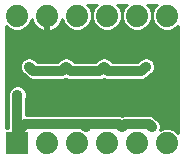
<source format=gbl>
G75*
%MOIN*%
%OFA0B0*%
%FSLAX24Y24*%
%IPPOS*%
%LPD*%
%AMOC8*
5,1,8,0,0,1.08239X$1,22.5*
%
%ADD10R,0.0740X0.0740*%
%ADD11C,0.0740*%
%ADD12C,0.0350*%
%ADD13C,0.0320*%
%ADD14C,0.0100*%
D10*
X000745Y000650D03*
D11*
X001745Y000650D03*
X002745Y000650D03*
X003745Y000650D03*
X004745Y000650D03*
X005745Y000650D03*
X005745Y004900D03*
X004745Y004900D03*
X003745Y004900D03*
X002745Y004900D03*
X001745Y004900D03*
X000745Y004900D03*
D12*
X001145Y003200D03*
X000505Y002980D03*
X000765Y002270D03*
X002385Y003200D03*
X003645Y003200D03*
X005045Y003200D03*
X005235Y001200D03*
X004235Y001200D03*
X003045Y001200D03*
D13*
X002955Y001290D01*
X002965Y001300D01*
X003125Y001300D01*
X004135Y001300D01*
X004235Y001200D01*
X004355Y001290D01*
X005155Y001290D01*
X005235Y001200D01*
X004895Y003050D02*
X003795Y003050D01*
X003645Y003200D01*
X003495Y003050D01*
X002535Y003050D01*
X002385Y003200D01*
X002245Y003050D01*
X001295Y003050D01*
X001145Y003200D01*
X000765Y002270D02*
X000745Y002250D01*
X000745Y001130D01*
X000845Y001130D01*
X001005Y001290D01*
X002955Y001290D01*
X002965Y001300D02*
X002925Y001300D01*
X004895Y003050D02*
X005045Y003200D01*
X000745Y001130D02*
X000745Y000650D01*
D14*
X000455Y001150D02*
X000380Y001150D01*
X000380Y004558D01*
X000462Y004476D01*
X000646Y004400D01*
X000844Y004400D01*
X001028Y004476D01*
X001169Y004617D01*
X001237Y004782D01*
X001238Y004778D01*
X001263Y004700D01*
X001300Y004627D01*
X001348Y004561D01*
X001406Y004503D01*
X001472Y004455D01*
X001545Y004418D01*
X001623Y004393D01*
X001695Y004381D01*
X001695Y004850D01*
X001795Y004850D01*
X001795Y004381D01*
X001867Y004393D01*
X001945Y004418D01*
X002018Y004455D01*
X002084Y004503D01*
X002142Y004561D01*
X002190Y004627D01*
X002227Y004700D01*
X002252Y004778D01*
X002253Y004782D01*
X002321Y004617D01*
X002462Y004476D01*
X002646Y004400D01*
X002844Y004400D01*
X003028Y004476D01*
X003169Y004617D01*
X003245Y004801D01*
X003321Y004617D01*
X003462Y004476D01*
X003646Y004400D01*
X003844Y004400D01*
X004028Y004476D01*
X004169Y004617D01*
X004245Y004801D01*
X004321Y004617D01*
X004462Y004476D01*
X004646Y004400D01*
X004844Y004400D01*
X005028Y004476D01*
X005169Y004617D01*
X005245Y004801D01*
X005321Y004617D01*
X005462Y004476D01*
X005646Y004400D01*
X005844Y004400D01*
X006028Y004476D01*
X006110Y004558D01*
X006110Y000992D01*
X006028Y001074D01*
X005844Y001150D01*
X005646Y001150D01*
X005523Y001099D01*
X005540Y001139D01*
X005540Y001261D01*
X005494Y001373D01*
X005408Y001459D01*
X005389Y001466D01*
X005366Y001489D01*
X005333Y001526D01*
X005325Y001530D01*
X005319Y001536D01*
X005274Y001555D01*
X005230Y001576D01*
X005221Y001577D01*
X005213Y001580D01*
X005164Y001580D01*
X005114Y001583D01*
X005106Y001580D01*
X004376Y001580D01*
X004339Y001585D01*
X004318Y001580D01*
X004297Y001580D01*
X004263Y001566D01*
X004256Y001564D01*
X004193Y001590D01*
X002867Y001590D01*
X002843Y001580D01*
X001035Y001580D01*
X001035Y002125D01*
X001070Y002209D01*
X001070Y002331D01*
X001024Y002443D01*
X000938Y002529D01*
X000826Y002575D01*
X000704Y002575D01*
X000592Y002529D01*
X000506Y002443D01*
X000460Y002331D01*
X000460Y002320D01*
X000455Y002308D01*
X000455Y001150D01*
X000455Y001234D02*
X000380Y001234D01*
X000380Y001332D02*
X000455Y001332D01*
X000455Y001431D02*
X000380Y001431D01*
X000380Y001529D02*
X000455Y001529D01*
X000455Y001628D02*
X000380Y001628D01*
X000380Y001726D02*
X000455Y001726D01*
X000455Y001825D02*
X000380Y001825D01*
X000380Y001923D02*
X000455Y001923D01*
X000455Y002022D02*
X000380Y002022D01*
X000380Y002120D02*
X000455Y002120D01*
X000455Y002219D02*
X000380Y002219D01*
X000380Y002317D02*
X000459Y002317D01*
X000495Y002416D02*
X000380Y002416D01*
X000380Y002514D02*
X000578Y002514D01*
X000380Y002613D02*
X006110Y002613D01*
X006110Y002711D02*
X000380Y002711D01*
X000380Y002810D02*
X001125Y002810D01*
X001131Y002804D02*
X001237Y002760D01*
X002192Y002760D01*
X002197Y002758D01*
X002250Y002760D01*
X002303Y002760D01*
X002307Y002762D01*
X002313Y002762D01*
X002361Y002784D01*
X002390Y002796D01*
X002477Y002760D01*
X003553Y002760D01*
X003645Y002798D01*
X003737Y002760D01*
X004953Y002760D01*
X005059Y002804D01*
X005141Y002886D01*
X005182Y002926D01*
X005218Y002941D01*
X005304Y003027D01*
X005350Y003139D01*
X005350Y003261D01*
X005304Y003373D01*
X005218Y003459D01*
X005106Y003505D01*
X004984Y003505D01*
X004872Y003459D01*
X004786Y003373D01*
X004773Y003340D01*
X003917Y003340D01*
X003904Y003373D01*
X003818Y003459D01*
X003706Y003505D01*
X003584Y003505D01*
X003472Y003459D01*
X003386Y003373D01*
X003373Y003340D01*
X002657Y003340D01*
X002644Y003373D01*
X002558Y003459D01*
X002446Y003505D01*
X002324Y003505D01*
X002212Y003459D01*
X002126Y003373D01*
X002113Y003340D01*
X001417Y003340D01*
X001404Y003373D01*
X001318Y003459D01*
X001206Y003505D01*
X001084Y003505D01*
X000972Y003459D01*
X000886Y003373D01*
X000840Y003261D01*
X000840Y003139D01*
X000886Y003027D01*
X000972Y002941D01*
X001008Y002926D01*
X001049Y002886D01*
X001131Y002804D01*
X001027Y002908D02*
X000380Y002908D01*
X000380Y003007D02*
X000907Y003007D01*
X000854Y003105D02*
X000380Y003105D01*
X000380Y003204D02*
X000840Y003204D01*
X000857Y003302D02*
X000380Y003302D01*
X000380Y003401D02*
X000914Y003401D01*
X001070Y003499D02*
X000380Y003499D01*
X000380Y003598D02*
X006110Y003598D01*
X006110Y003499D02*
X005120Y003499D01*
X004970Y003499D02*
X003720Y003499D01*
X003570Y003499D02*
X002460Y003499D01*
X002616Y003401D02*
X003414Y003401D01*
X003876Y003401D02*
X004814Y003401D01*
X005276Y003401D02*
X006110Y003401D01*
X006110Y003302D02*
X005333Y003302D01*
X005350Y003204D02*
X006110Y003204D01*
X006110Y003105D02*
X005336Y003105D01*
X005283Y003007D02*
X006110Y003007D01*
X006110Y002908D02*
X005163Y002908D01*
X005065Y002810D02*
X006110Y002810D01*
X006110Y002514D02*
X000952Y002514D01*
X001035Y002416D02*
X006110Y002416D01*
X006110Y002317D02*
X001070Y002317D01*
X001070Y002219D02*
X006110Y002219D01*
X006110Y002120D02*
X001035Y002120D01*
X001035Y002022D02*
X006110Y002022D01*
X006110Y001923D02*
X001035Y001923D01*
X001035Y001825D02*
X006110Y001825D01*
X006110Y001726D02*
X001035Y001726D01*
X001035Y001628D02*
X006110Y001628D01*
X006110Y001529D02*
X005327Y001529D01*
X005436Y001431D02*
X006110Y001431D01*
X006110Y001332D02*
X005510Y001332D01*
X005540Y001234D02*
X006110Y001234D01*
X006110Y001135D02*
X005881Y001135D01*
X006066Y001037D02*
X006110Y001037D01*
X005609Y001135D02*
X005538Y001135D01*
X006110Y003696D02*
X000380Y003696D01*
X000380Y003795D02*
X006110Y003795D01*
X006110Y003893D02*
X000380Y003893D01*
X000380Y003992D02*
X006110Y003992D01*
X006110Y004090D02*
X000380Y004090D01*
X000380Y004189D02*
X006110Y004189D01*
X006110Y004287D02*
X000380Y004287D01*
X000380Y004386D02*
X001669Y004386D01*
X001695Y004386D02*
X001795Y004386D01*
X001821Y004386D02*
X006110Y004386D01*
X006110Y004484D02*
X006036Y004484D01*
X005454Y004484D02*
X005036Y004484D01*
X005135Y004583D02*
X005355Y004583D01*
X005295Y004681D02*
X005195Y004681D01*
X005236Y004780D02*
X005254Y004780D01*
X005245Y004801D02*
X005245Y004999D01*
X005321Y005183D01*
X005403Y005265D01*
X005087Y005265D01*
X005169Y005183D01*
X005245Y004999D01*
X005245Y004801D01*
X005245Y004878D02*
X005245Y004878D01*
X005245Y004977D02*
X005245Y004977D01*
X005214Y005075D02*
X005276Y005075D01*
X005317Y005174D02*
X005173Y005174D01*
X004403Y005265D02*
X004321Y005183D01*
X004245Y004999D01*
X004245Y004801D01*
X004245Y004999D01*
X004169Y005183D01*
X004087Y005265D01*
X004403Y005265D01*
X004317Y005174D02*
X004173Y005174D01*
X004214Y005075D02*
X004276Y005075D01*
X004245Y004977D02*
X004245Y004977D01*
X004245Y004878D02*
X004245Y004878D01*
X004236Y004780D02*
X004254Y004780D01*
X004295Y004681D02*
X004195Y004681D01*
X004135Y004583D02*
X004355Y004583D01*
X004454Y004484D02*
X004036Y004484D01*
X003454Y004484D02*
X003036Y004484D01*
X003135Y004583D02*
X003355Y004583D01*
X003295Y004681D02*
X003195Y004681D01*
X003236Y004780D02*
X003254Y004780D01*
X003245Y004801D02*
X003245Y004999D01*
X003321Y005183D01*
X003403Y005265D01*
X003087Y005265D01*
X003169Y005183D01*
X003245Y004999D01*
X003245Y004801D01*
X003245Y004878D02*
X003245Y004878D01*
X003245Y004977D02*
X003245Y004977D01*
X003214Y005075D02*
X003276Y005075D01*
X003317Y005174D02*
X003173Y005174D01*
X002454Y004484D02*
X002057Y004484D01*
X002157Y004583D02*
X002355Y004583D01*
X002295Y004681D02*
X002217Y004681D01*
X002252Y004780D02*
X002254Y004780D01*
X001795Y004780D02*
X001695Y004780D01*
X001695Y004681D02*
X001795Y004681D01*
X001795Y004583D02*
X001695Y004583D01*
X001695Y004484D02*
X001795Y004484D01*
X001433Y004484D02*
X001036Y004484D01*
X001135Y004583D02*
X001333Y004583D01*
X001273Y004681D02*
X001195Y004681D01*
X001236Y004780D02*
X001238Y004780D01*
X000454Y004484D02*
X000380Y004484D01*
X001220Y003499D02*
X002310Y003499D01*
X002154Y003401D02*
X001376Y003401D01*
M02*

</source>
